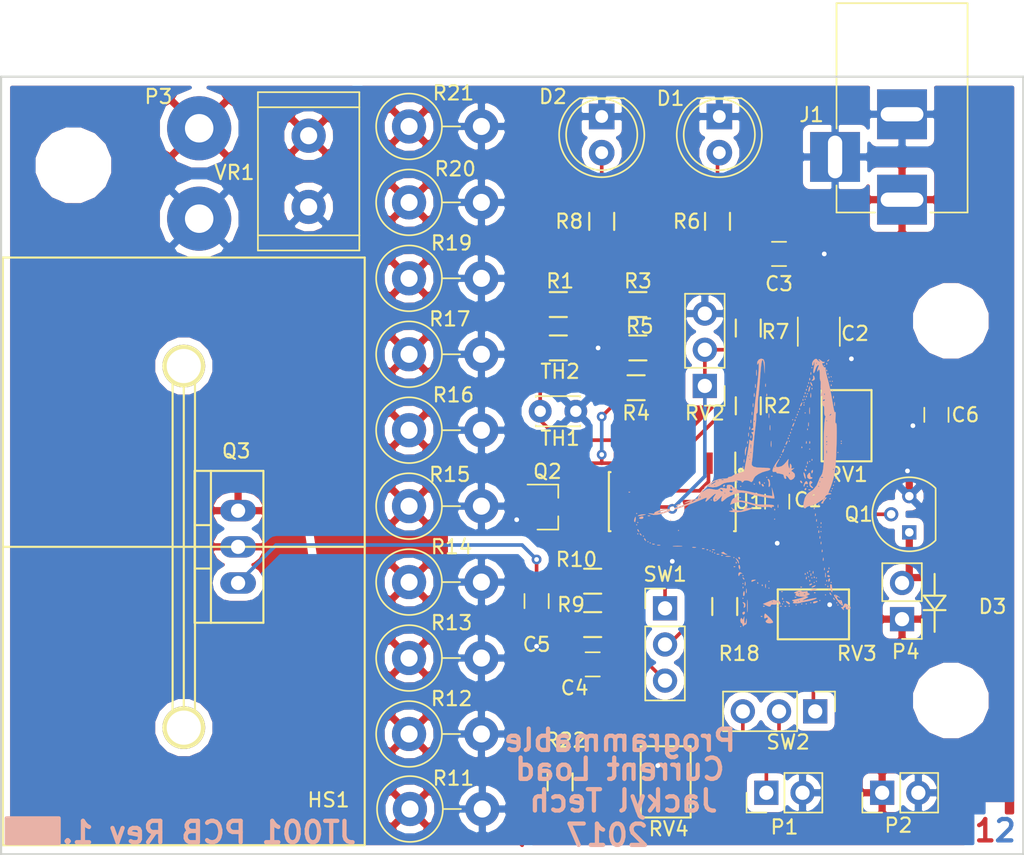
<source format=kicad_pcb>
(kicad_pcb (version 4) (host pcbnew 4.0.1-stable)
  (layers (0 Top signal) (31 Bottom signal) (34 B.Paste user) (35 F.Paste user) (36 B.SilkS user) (37 F.SilkS user) (38 B.Mask user) (39 F.Mask user) (44 Edge.Cuts user))
  (net 0 "")
  (net 1 GND)
  (net 2 VCC)
  (net 3 "Net-(Q1-Pad2)")
  (net 4 "Net-(Q2-Pad1)")
  (net 5 "Net-(C5-Pad1)")
  (net 6 "Net-(R1-Pad2)")
  (net 7 "Net-(R2-Pad2)")
  (net 8 "Net-(R3-Pad2)")
  (net 9 "Net-(D1-Pad2)")
  (net 10 "Net-(D2-Pad2)")
  (net 11 "Net-(C4-Pad2)")
  (net 12 "Net-(R10-Pad2)")
  (net 13 "Net-(R18-Pad1)")
  (net 14 "Net-(R18-Pad2)")
  (net 15 "Net-(R22-Pad1)")
  (net 16 "Net-(SW1-Pad2)")
  (net 17 "Net-(P5-Pad1)")
  (net 18 "Net-(P6-Pad1)")
  (net 19 "Net-(P7-Pad1)")
  (net 20 "Net-(Q2-Pad3)")
  (net 21 "Net-(RV3-Pad2)")
  (net 22 "Net-(RV4-Pad2)")
  (net 23 /Fan-)
  (net 24 /Pnl+)
  (net 25 /Vin+)
  (net 26 /Rload)
  (module Resistors_SMD:R_0805_HandSoldering (layer Top) (at 138.176 79.375)
    (fp_text reference TH2 (at 0.127 1.651) (layer F.SilkS))
    (fp_text value THERMISTOR)
    (pad 1 smd rect (at -1.35 0) (size 1.5 1.3) (layers Top F.Paste F.Mask) (net 6 "Net-(R1-Pad2)"))
    (pad 2 smd rect (at 1.35 0) (size 1.5 1.3) (layers Top F.Paste F.Mask) (net 1 GND))
  )
  (module Capacitors_SMD:C_0805_HandSoldering (layer Top) (at 153.543 90.17 90)
    (fp_text reference C1 (at 0.127 2.159 180) (layer F.SilkS))
    (fp_text value 0.1uF)
    (pad 1 smd rect (at -1.25 0 90) (size 1.5 1.25) (layers Top F.Paste F.Mask) (net 1 GND))
    (pad 2 smd rect (at 1.25 0 90) (size 1.5 1.25) (layers Top F.Paste F.Mask) (net 2 VCC))
  )
  (module Pin_Headers:Pin_Header_Straight_1x02_Pitch2.54mm (layer Top) (at 160.909 110.617 90)
    (fp_text reference P2 (at -2.286 1.143 180) (layer F.SilkS))
    (fp_text value CONN_01X02)
    (pad 1 thru_hole rect (at 0 0 90) (size 1.7 1.7) (drill 1) (layers *.Cu *.Mask) (net 2 VCC))
    (pad 2 thru_hole oval (at 0 2.54 90) (size 1.7 1.7) (drill 1) (layers *.Cu *.Mask) (net 1 GND))
  )
  (module Pin_Headers:Pin_Header_Straight_1x02_Pitch2.54mm (layer Top) (at 162.306 98.425 180)
    (fp_text reference P4 (at -0.254 -2.286 360) (layer F.SilkS))
    (fp_text value CONN_01X02)
    (pad 1 thru_hole rect (at 0 0 180) (size 1.7 1.7) (drill 1) (layers *.Cu *.Mask) (net 2 VCC))
    (pad 2 thru_hole oval (at 0 2.54 180) (size 1.7 1.7) (drill 1) (layers *.Cu *.Mask) (net 23 /Fan-))
  )
  (module TO_SOT_Packages_THT:TO-92_Molded_Narrow (layer Top) (at 162.814 92.329 90)
    (fp_text reference Q1 (at 1.27 -3.556 180) (layer F.SilkS))
    (fp_text value BS170)
    (pad 2 thru_hole circle (at 1.27 -1.27 180) (size 1 1) (drill 0.6) (layers *.Cu *.Mask) (net 3 "Net-(Q1-Pad2)"))
    (pad 3 thru_hole circle (at 2.54 0 180) (size 1 1) (drill 0.6) (layers *.Cu *.Mask) (net 1 GND))
    (pad 1 thru_hole rect (at 0 0 180) (size 1 1) (drill 0.6) (layers *.Cu *.Mask) (net 23 /Fan-))
  )
  (module TO_SOT_Packages_THT:TO-220_Neutral123_Vertical (layer Top) (at 115.697 93.345 90)
    (fp_text reference Q3 (at 6.731 -0.127 180) (layer F.SilkS))
    (fp_text value Q_NMOS_GDS)
    (pad 2 thru_hole oval (at 0 0 180) (size 2.49936 1.50114) (drill 1.00076) (layers *.Cu *.Mask) (net 25 /Vin+))
    (pad 1 thru_hole oval (at -2.54 0 180) (size 2.49936 1.50114) (drill 1.00076) (layers *.Cu *.Mask) (net 5 "Net-(C5-Pad1)"))
    (pad 3 thru_hole oval (at 2.54 0 180) (size 2.49936 1.50114) (drill 1.00076) (layers *.Cu *.Mask) (net 26 /Rload))
  )
  (module Resistors_SMD:R_0805_HandSoldering (layer Top) (at 138.176 76.327 180)
    (fp_text reference R1 (at -0.127 1.651 180) (layer F.SilkS))
    (fp_text value 15K)
    (pad 1 smd rect (at -1.35 0 180) (size 1.5 1.3) (layers Top F.Paste F.Mask) (net 2 VCC))
    (pad 2 smd rect (at 1.35 0 180) (size 1.5 1.3) (layers Top F.Paste F.Mask) (net 6 "Net-(R1-Pad2)"))
  )
  (module Resistors_SMD:R_0805_HandSoldering (layer Top) (at 151.511 83.439 90)
    (fp_text reference R2 (at 0 2.032 180) (layer F.SilkS))
    (fp_text value 47K)
    (pad 1 smd rect (at -1.35 0 90) (size 1.5 1.3) (layers Top F.Paste F.Mask) (net 3 "Net-(Q1-Pad2)"))
    (pad 2 smd rect (at 1.35 0 90) (size 1.5 1.3) (layers Top F.Paste F.Mask) (net 7 "Net-(R2-Pad2)"))
  )
  (module Resistors_SMD:R_0805_HandSoldering (layer Top) (at 143.764 76.327)
    (fp_text reference R3 (at 0 -1.651) (layer F.SilkS))
    (fp_text value 12K)
    (pad 1 smd rect (at -1.35 0) (size 1.5 1.3) (layers Top F.Paste F.Mask) (net 2 VCC))
    (pad 2 smd rect (at 1.35 0) (size 1.5 1.3) (layers Top F.Paste F.Mask) (net 8 "Net-(R3-Pad2)"))
  )
  (module Resistors_SMD:R_0805_HandSoldering (layer Top) (at 143.764 79.375 180)
    (fp_text reference R4 (at 0.127 -4.572 180) (layer F.SilkS))
    (fp_text value 12K)
    (pad 1 smd rect (at -1.35 0 180) (size 1.5 1.3) (layers Top F.Paste F.Mask) (net 8 "Net-(R3-Pad2)"))
    (pad 2 smd rect (at 1.35 0 180) (size 1.5 1.3) (layers Top F.Paste F.Mask) (net 1 GND))
  )
  (module Resistors_SMD:R_0805_HandSoldering (layer Top) (at 143.637 82.169)
    (fp_text reference R5 (at 0.254 -4.318) (layer F.SilkS))
    (fp_text value 150K)
    (pad 1 smd rect (at -1.35 0) (size 1.5 1.3) (layers Top F.Paste F.Mask) (net 4 "Net-(Q2-Pad1)"))
    (pad 2 smd rect (at 1.35 0) (size 1.5 1.3) (layers Top F.Paste F.Mask) (net 8 "Net-(R3-Pad2)"))
  )
  (module Resistors_SMD:R_0805_HandSoldering (layer Top) (at 149.352 70.485 90)
    (fp_text reference R6 (at 0 -2.159 180) (layer F.SilkS))
    (fp_text value 2K)
    (pad 1 smd rect (at -1.35 0 90) (size 1.5 1.3) (layers Top F.Paste F.Mask) (net 2 VCC))
    (pad 2 smd rect (at 1.35 0 90) (size 1.5 1.3) (layers Top F.Paste F.Mask) (net 9 "Net-(D1-Pad2)"))
  )
  (module Resistors_SMD:R_0805_HandSoldering (layer Top) (at 151.511 77.978 90)
    (fp_text reference R7 (at -0.254 1.905 180) (layer F.SilkS))
    (fp_text value 1M)
    (pad 1 smd rect (at -1.35 0 90) (size 1.5 1.3) (layers Top F.Paste F.Mask) (net 20 "Net-(Q2-Pad3)"))
    (pad 2 smd rect (at 1.35 0 90) (size 1.5 1.3) (layers Top F.Paste F.Mask) (net 2 VCC))
  )
  (module Resistors_SMD:R_0805_HandSoldering (layer Top) (at 141.224 70.485 90)
    (fp_text reference R8 (at 0 -2.286 180) (layer F.SilkS))
    (fp_text value 2K)
    (pad 1 smd rect (at -1.35 0 90) (size 1.5 1.3) (layers Top F.Paste F.Mask) (net 4 "Net-(Q2-Pad1)"))
    (pad 2 smd rect (at 1.35 0 90) (size 1.5 1.3) (layers Top F.Paste F.Mask) (net 10 "Net-(D2-Pad2)"))
  )
  (module Resistors_SMD:R_0805_HandSoldering (layer Top) (at 140.589 98.806)
    (fp_text reference R9 (at -1.524 -1.397) (layer F.SilkS))
    (fp_text value 1K)
    (pad 1 smd rect (at -1.35 0) (size 1.5 1.3) (layers Top F.Paste F.Mask) (net 26 /Rload))
    (pad 2 smd rect (at 1.35 0) (size 1.5 1.3) (layers Top F.Paste F.Mask) (net 11 "Net-(C4-Pad2)"))
  )
  (module Resistors_SMD:R_0805_HandSoldering (layer Top) (at 140.589 95.758)
    (fp_text reference R10 (at -1.143 -1.524) (layer F.SilkS))
    (fp_text value 470)
    (pad 1 smd rect (at -1.35 0) (size 1.5 1.3) (layers Top F.Paste F.Mask) (net 5 "Net-(C5-Pad1)"))
    (pad 2 smd rect (at 1.35 0) (size 1.5 1.3) (layers Top F.Paste F.Mask) (net 12 "Net-(R10-Pad2)"))
  )
  (module Resistors_SMD:R_0805_HandSoldering (layer Top) (at 149.86 97.536 270)
    (fp_text reference R18 (at 3.302 -1.016 360) (layer F.SilkS))
    (fp_text value 8K2)
    (pad 1 smd rect (at -1.35 0 270) (size 1.5 1.3) (layers Top F.Paste F.Mask) (net 13 "Net-(R18-Pad1)"))
    (pad 2 smd rect (at 1.35 0 270) (size 1.5 1.3) (layers Top F.Paste F.Mask) (net 14 "Net-(R18-Pad2)"))
  )
  (module Resistors_SMD:R_0805_HandSoldering (layer Top) (at 138.303 109.855 90)
    (fp_text reference R22 (at 2.921 0.381 180) (layer F.SilkS))
    (fp_text value 82K)
    (pad 1 smd rect (at -1.35 0 90) (size 1.5 1.3) (layers Top F.Paste F.Mask) (net 15 "Net-(R22-Pad1)"))
    (pad 2 smd rect (at 1.35 0 90) (size 1.5 1.3) (layers Top F.Paste F.Mask) (net 25 /Vin+))
  )
  (module custom:heatsink_aavid5299 (layer Top) (at 111.887 106.045 90)
    (fp_text reference HS1 (at -5.08 10.16 180) (layer F.SilkS))
    (fp_text value HEATSINK hide)
    (pad "" thru_hole circle (at 25.4 0 90) (size 3 3) (drill 2.4) (layers *.Cu *.Mask F.SilkS))
    (pad "" thru_hole circle (at 0 0 90) (size 3 3) (drill 2.4) (layers *.Cu *.Mask F.SilkS))
  )
  (module Mounting_Holes:MountingHole_4.3mm_M4 (layer Top) (at 104.14 66.548)
    (fp_text reference P5 hide)
    (fp_text value CONN_01X01)
    (pad 1 np_thru_hole circle (at 0 0) (size 4.3 4.3) (drill 4.3) (layers *.Cu *.Mask) (net 17 "Net-(P5-Pad1)"))
  )
  (module Mounting_Holes:MountingHole_4.3mm_M4 (layer Top) (at 165.735 77.47)
    (fp_text reference P6 hide)
    (fp_text value CONN_01X01)
    (pad 1 np_thru_hole circle (at 0 0) (size 4.3 4.3) (drill 4.3) (layers *.Cu *.Mask) (net 18 "Net-(P6-Pad1)"))
  )
  (module Mounting_Holes:MountingHole_4.3mm_M4 (layer Top) (at 165.735 104.14)
    (fp_text reference P7 hide)
    (fp_text value CONN_01X01)
    (pad 1 np_thru_hole circle (at 0 0) (size 4.3 4.3) (drill 4.3) (layers *.Cu *.Mask) (net 19 "Net-(P7-Pad1)"))
  )
  (module TO_SOT_Packages_SMD:SOT-23 (layer Top) (at 137.414 90.551)
    (fp_text reference Q2 (at 0 -2.5) (layer F.SilkS))
    (fp_text value BSS138)
    (pad 1 smd rect (at -1 -0.95) (size 0.9 0.8) (layers Top F.Paste F.Mask) (net 4 "Net-(Q2-Pad1)"))
    (pad 2 smd rect (at -1 0.95) (size 0.9 0.8) (layers Top F.Paste F.Mask) (net 1 GND))
    (pad 3 smd rect (at 1 0) (size 0.9 0.8) (layers Top F.Paste F.Mask) (net 20 "Net-(Q2-Pad3)"))
  )
  (module Capacitors_SMD:C_1210_HandSoldering (layer Top) (at 156.464 78.232 270)
    (fp_text reference C2 (at 0.127 -2.54 360) (layer F.SilkS))
    (fp_text value 100uF)
    (pad 1 smd rect (at -2 0 270) (size 2 2.5) (layers Top F.Paste F.Mask) (net 2 VCC))
    (pad 2 smd rect (at 2 0 270) (size 2 2.5) (layers Top F.Paste F.Mask) (net 1 GND))
  )
  (module Capacitors_SMD:C_0805_HandSoldering (layer Top) (at 153.67 72.771 180)
    (fp_text reference C3 (at 0 -2.1 180) (layer F.SilkS))
    (fp_text value 0.47uF)
    (pad 1 smd rect (at -1.25 0 180) (size 1.5 1.25) (layers Top F.Paste F.Mask) (net 1 GND))
    (pad 2 smd rect (at 1.25 0 180) (size 1.5 1.25) (layers Top F.Paste F.Mask) (net 2 VCC))
  )
  (module Capacitors_SMD:C_0805_HandSoldering (layer Top) (at 140.589 101.6)
    (fp_text reference C4 (at -1.27 1.651) (layer F.SilkS))
    (fp_text value 10nF)
    (pad 1 smd rect (at -1.25 0) (size 1.5 1.25) (layers Top F.Paste F.Mask) (net 26 /Rload))
    (pad 2 smd rect (at 1.25 0) (size 1.5 1.25) (layers Top F.Paste F.Mask) (net 11 "Net-(C4-Pad2)"))
  )
  (module Capacitors_SMD:C_0805_HandSoldering (layer Top) (at 136.652 97.155 270)
    (fp_text reference C5 (at 3.048 0 360) (layer F.SilkS))
    (fp_text value 100nF)
    (pad 1 smd rect (at -1.25 0 270) (size 1.5 1.25) (layers Top F.Paste F.Mask) (net 5 "Net-(C5-Pad1)"))
    (pad 2 smd rect (at 1.25 0 270) (size 1.5 1.25) (layers Top F.Paste F.Mask) (net 1 GND))
  )
  (module Capacitors_SMD:C_0805_HandSoldering (layer Top) (at 164.719 84.074 90)
    (fp_text reference C6 (at 0 2.032 180) (layer F.SilkS))
    (fp_text value 1uF)
    (pad 1 smd rect (at -1.25 0 90) (size 1.5 1.25) (layers Top F.Paste F.Mask) (net 1 GND))
    (pad 2 smd rect (at 1.25 0 90) (size 1.5 1.25) (layers Top F.Paste F.Mask) (net 2 VCC))
  )
  (module LEDs:LED_D5.0mm (layer Top) (at 149.479 63.119 270)
    (fp_text reference D1 (at -1.27 3.429 360) (layer F.SilkS))
    (fp_text value LED)
    (pad 1 thru_hole rect (at 0 0 270) (size 1.8 1.8) (drill 0.9) (layers *.Cu *.Mask) (net 1 GND))
    (pad 2 thru_hole circle (at 2.54 0 270) (size 1.8 1.8) (drill 0.9) (layers *.Cu *.Mask) (net 9 "Net-(D1-Pad2)"))
  )
  (module LEDs:LED_D5.0mm (layer Top) (at 141.224 63.119 270)
    (fp_text reference D2 (at -1.397 3.429 360) (layer F.SilkS))
    (fp_text value LED)
    (pad 1 thru_hole rect (at 0 0 270) (size 1.8 1.8) (drill 0.9) (layers *.Cu *.Mask) (net 1 GND))
    (pad 2 thru_hole circle (at 2.54 0 270) (size 1.8 1.8) (drill 0.9) (layers *.Cu *.Mask) (net 10 "Net-(D2-Pad2)"))
  )
  (module custom:DO-214AC (layer Top) (at 166.37 95.504 270)
    (fp_text reference D3 (at 2.032 -2.286 360) (layer F.SilkS))
    (fp_text value D hide)
    (pad 1 smd rect (at 3.76 0 270) (size 1.68 1.68) (layers Top F.Paste F.Mask) (net 2 VCC))
    (pad 2 smd rect (at 0 0 270) (size 1.68 1.68) (layers Top F.Paste F.Mask) (net 23 /Fan-))
  )
  (module Resistors_ThroughHole:R_Axial_DIN0414_L11.9mm_D4.5mm_P5.08mm_Vertical (layer Top) (at 127.762 111.76)
    (fp_text reference R11 (at 3.048 -2.159) (layer F.SilkS))
    (fp_text value 1R0)
    (pad 1 thru_hole circle (at 0 0) (size 2.4 2.4) (drill 1.2) (layers *.Cu *.Mask) (net 26 /Rload))
    (pad 2 thru_hole oval (at 5.08 0) (size 2.4 2.4) (drill 1.2) (layers *.Cu *.Mask) (net 1 GND))
  )
  (module Resistors_ThroughHole:R_Axial_DIN0414_L11.9mm_D4.5mm_P5.08mm_Vertical (layer Top) (at 127.6985 106.4895)
    (fp_text reference R12 (at 2.9845 -2.4765) (layer F.SilkS))
    (fp_text value 1R0)
    (pad 1 thru_hole circle (at 0 0) (size 2.4 2.4) (drill 1.2) (layers *.Cu *.Mask) (net 26 /Rload))
    (pad 2 thru_hole oval (at 5.08 0) (size 2.4 2.4) (drill 1.2) (layers *.Cu *.Mask) (net 1 GND))
  )
  (module Resistors_ThroughHole:R_Axial_DIN0414_L11.9mm_D4.5mm_P5.08mm_Vertical (layer Top) (at 127.6985 101.1555)
    (fp_text reference R13 (at 2.9845 -2.4765) (layer F.SilkS))
    (fp_text value 1R0)
    (pad 1 thru_hole circle (at 0 0) (size 2.4 2.4) (drill 1.2) (layers *.Cu *.Mask) (net 26 /Rload))
    (pad 2 thru_hole oval (at 5.08 0) (size 2.4 2.4) (drill 1.2) (layers *.Cu *.Mask) (net 1 GND))
  )
  (module Resistors_ThroughHole:R_Axial_DIN0414_L11.9mm_D4.5mm_P5.08mm_Vertical (layer Top) (at 127.6985 95.8215)
    (fp_text reference R14 (at 2.9845 -2.4765) (layer F.SilkS))
    (fp_text value 1R0)
    (pad 1 thru_hole circle (at 0 0) (size 2.4 2.4) (drill 1.2) (layers *.Cu *.Mask) (net 26 /Rload))
    (pad 2 thru_hole oval (at 5.08 0) (size 2.4 2.4) (drill 1.2) (layers *.Cu *.Mask) (net 1 GND))
  )
  (module Resistors_ThroughHole:R_Axial_DIN0414_L11.9mm_D4.5mm_P5.08mm_Vertical (layer Top) (at 127.6985 90.4875)
    (fp_text reference R15 (at 2.8575 -2.2225) (layer F.SilkS))
    (fp_text value 1R0)
    (pad 1 thru_hole circle (at 0 0) (size 2.4 2.4) (drill 1.2) (layers *.Cu *.Mask) (net 26 /Rload))
    (pad 2 thru_hole oval (at 5.08 0) (size 2.4 2.4) (drill 1.2) (layers *.Cu *.Mask) (net 1 GND))
  )
  (module Resistors_ThroughHole:R_Axial_DIN0414_L11.9mm_D4.5mm_P5.08mm_Vertical (layer Top) (at 127.6985 85.1535)
    (fp_text reference R16 (at 3.1115 -2.4765) (layer F.SilkS))
    (fp_text value 1R0)
    (pad 1 thru_hole circle (at 0 0) (size 2.4 2.4) (drill 1.2) (layers *.Cu *.Mask) (net 26 /Rload))
    (pad 2 thru_hole oval (at 5.08 0) (size 2.4 2.4) (drill 1.2) (layers *.Cu *.Mask) (net 1 GND))
  )
  (module Resistors_ThroughHole:R_Axial_DIN0414_L11.9mm_D4.5mm_P5.08mm_Vertical (layer Top) (at 127.6985 79.8195)
    (fp_text reference R17 (at 2.8575 -2.4765) (layer F.SilkS))
    (fp_text value 1R0)
    (pad 1 thru_hole circle (at 0 0) (size 2.4 2.4) (drill 1.2) (layers *.Cu *.Mask) (net 26 /Rload))
    (pad 2 thru_hole oval (at 5.08 0) (size 2.4 2.4) (drill 1.2) (layers *.Cu *.Mask) (net 1 GND))
  )
  (module Resistors_ThroughHole:R_Axial_DIN0414_L11.9mm_D4.5mm_P5.08mm_Vertical (layer Top) (at 127.6985 74.4855)
    (fp_text reference R19 (at 2.9845 -2.4765) (layer F.SilkS))
    (fp_text value 1R0)
    (pad 1 thru_hole circle (at 0 0) (size 2.4 2.4) (drill 1.2) (layers *.Cu *.Mask) (net 26 /Rload))
    (pad 2 thru_hole oval (at 5.08 0) (size 2.4 2.4) (drill 1.2) (layers *.Cu *.Mask) (net 1 GND))
  )
  (module Resistors_ThroughHole:R_Axial_DIN0414_L11.9mm_D4.5mm_P5.08mm_Vertical (layer Top) (at 127.6985 69.1515)
    (fp_text reference R20 (at 3.2385 -2.3495) (layer F.SilkS))
    (fp_text value 1R0)
    (pad 1 thru_hole circle (at 0 0) (size 2.4 2.4) (drill 1.2) (layers *.Cu *.Mask) (net 26 /Rload))
    (pad 2 thru_hole oval (at 5.08 0) (size 2.4 2.4) (drill 1.2) (layers *.Cu *.Mask) (net 1 GND))
  )
  (module Resistors_ThroughHole:R_Axial_DIN0414_L11.9mm_D4.5mm_P5.08mm_Vertical (layer Top) (at 127.6985 63.8175)
    (fp_text reference R21 (at 3.1115 -2.3495) (layer F.SilkS))
    (fp_text value 1R0)
    (pad 1 thru_hole circle (at 0 0) (size 2.4 2.4) (drill 1.2) (layers *.Cu *.Mask) (net 26 /Rload))
    (pad 2 thru_hole oval (at 5.08 0) (size 2.4 2.4) (drill 1.2) (layers *.Cu *.Mask) (net 1 GND))
  )
  (module custom:TT_23BRxxxLFTR_Trimmer (layer Top) (at 161.163 84.836 180)
    (fp_text reference RV1 (at 2.667 -3.429 180) (layer F.SilkS))
    (fp_text value 10K hide)
    (pad 2 smd rect (at 0 0 180) (size 1.3 2) (layers Top F.Paste F.Mask) (net 1 GND))
    (pad 1 smd rect (at 5.5 -1.15 180) (size 1.3 1.3) (layers Top F.Paste F.Mask) (net 7 "Net-(R2-Pad2)"))
    (pad 3 smd rect (at 5.5 1.15 180) (size 1.3 1.3) (layers Top F.Paste F.Mask) (net 1 GND))
  )
  (module Pin_Headers:Pin_Header_Straight_1x03_Pitch2.54mm (layer Top) (at 148.463 82.042 180)
    (fp_text reference RV2 (at 0 -1.905 180) (layer F.SilkS))
    (fp_text value 100K)
    (pad 1 thru_hole rect (at 0 0 180) (size 1.7 1.7) (drill 1) (layers *.Cu *.Mask) (net 20 "Net-(Q2-Pad3)"))
    (pad 2 thru_hole oval (at 0 2.54 180) (size 1.7 1.7) (drill 1) (layers *.Cu *.Mask) (net 20 "Net-(Q2-Pad3)"))
    (pad 3 thru_hole oval (at 0 5.08 180) (size 1.7 1.7) (drill 1) (layers *.Cu *.Mask) (net 1 GND))
  )
  (module custom:TT_23BRxxxLFTR_Trimmer (layer Top) (at 156.083 100.838 90)
    (fp_text reference RV3 (at 0 3.048 180) (layer F.SilkS))
    (fp_text value 1K hide)
    (pad 2 smd rect (at 0 0 90) (size 1.3 2) (layers Top F.Paste F.Mask) (net 21 "Net-(RV3-Pad2)"))
    (pad 1 smd rect (at 5.5 -1.15 90) (size 1.3 1.3) (layers Top F.Paste F.Mask) (net 13 "Net-(R18-Pad1)"))
    (pad 3 smd rect (at 5.5 1.15 90) (size 1.3 1.3) (layers Top F.Paste F.Mask) (net 1 GND))
  )
  (module custom:TT_23BRxxxLFTR_Trimmer (layer Top) (at 148.463 109.855 180)
    (fp_text reference RV4 (at 2.54 -3.302 180) (layer F.SilkS))
    (fp_text value 1K hide)
    (pad 2 smd rect (at 0 0 180) (size 1.3 2) (layers Top F.Paste F.Mask) (net 22 "Net-(RV4-Pad2)"))
    (pad 1 smd rect (at 5.5 -1.15 180) (size 1.3 1.3) (layers Top F.Paste F.Mask) (net 15 "Net-(R22-Pad1)"))
    (pad 3 smd rect (at 5.5 1.15 180) (size 1.3 1.3) (layers Top F.Paste F.Mask) (net 1 GND))
  )
  (module Pin_Headers:Pin_Header_Straight_1x03_Pitch2.54mm (layer Top) (at 145.669 97.663)
    (fp_text reference SW1 (at 0 -2.39) (layer F.SilkS))
    (fp_text value SWITCH_INV)
    (pad 1 thru_hole rect (at 0 0) (size 1.7 1.7) (drill 1) (layers *.Cu *.Mask) (net 20 "Net-(Q2-Pad3)"))
    (pad 2 thru_hole oval (at 0 2.54) (size 1.7 1.7) (drill 1) (layers *.Cu *.Mask) (net 16 "Net-(SW1-Pad2)"))
    (pad 3 thru_hole oval (at 0 5.08) (size 1.7 1.7) (drill 1) (layers *.Cu *.Mask) (net 11 "Net-(C4-Pad2)"))
  )
  (module Pin_Headers:Pin_Header_Straight_1x03_Pitch2.54mm (layer Top) (at 156.21 104.902 270)
    (fp_text reference SW2 (at 2.159 1.905 360) (layer F.SilkS))
    (fp_text value SWITCH_INV)
    (pad 1 thru_hole rect (at 0 0 270) (size 1.7 1.7) (drill 1) (layers *.Cu *.Mask) (net 21 "Net-(RV3-Pad2)"))
    (pad 2 thru_hole oval (at 0 2.54 270) (size 1.7 1.7) (drill 1) (layers *.Cu *.Mask) (net 24 /Pnl+))
    (pad 3 thru_hole oval (at 0 5.08 270) (size 1.7 1.7) (drill 1) (layers *.Cu *.Mask) (net 22 "Net-(RV4-Pad2)"))
  )
  (module Capacitors_ThroughHole:C_Disc_D3.0mm_W2.0mm_P2.50mm (layer Top) (at 136.906 83.82)
    (fp_text reference TH1 (at 1.397 1.905) (layer F.SilkS))
    (fp_text value THERMISTOR)
    (pad 1 thru_hole circle (at 0 0) (size 1.6 1.6) (drill 0.8) (layers *.Cu *.Mask) (net 6 "Net-(R1-Pad2)"))
    (pad 2 thru_hole circle (at 2.5 0) (size 1.6 1.6) (drill 0.8) (layers *.Cu *.Mask) (net 1 GND))
  )
  (module Resistors_ThroughHole:R_Radial_Power_L11.0mm_W7.0mm_P5.00mm (layer Top) (at 120.65 69.469 90)
    (fp_text reference VR1 (at 2.413 -5.207 180) (layer F.SilkS))
    (fp_text value VR)
    (pad 1 thru_hole circle (at 0 0 90) (size 2.4 2.4) (drill 1.2) (layers *.Cu *.Mask) (net 1 GND))
    (pad 2 thru_hole circle (at 5 0 90) (size 2.4 2.4) (drill 1.2) (layers *.Cu *.Mask) (net 25 /Vin+))
  )
  (module Housings_SOIC:SOIC-14_3.9x8.7mm_Pitch1.27mm (layer Top) (at 146.177 90.17 270)
    (fp_text reference U1 (at 0 -5.375 360) (layer F.SilkS))
    (fp_text value LM324N)
    (pad 1 smd rect (at -2.7 -3.81 270) (size 1.5 0.6) (layers Top F.Paste F.Mask) (net 3 "Net-(Q1-Pad2)"))
    (pad 2 smd rect (at -2.7 -2.54 270) (size 1.5 0.6) (layers Top F.Paste F.Mask) (net 6 "Net-(R1-Pad2)"))
    (pad 3 smd rect (at -2.7 -1.27 270) (size 1.5 0.6) (layers Top F.Paste F.Mask) (net 7 "Net-(R2-Pad2)"))
    (pad 4 smd rect (at -2.7 0 270) (size 1.5 0.6) (layers Top F.Paste F.Mask) (net 2 VCC))
    (pad 5 smd rect (at -2.7 1.27 270) (size 1.5 0.6) (layers Top F.Paste F.Mask) (net 8 "Net-(R3-Pad2)"))
    (pad 6 smd rect (at -2.7 2.54 270) (size 1.5 0.6) (layers Top F.Paste F.Mask) (net 6 "Net-(R1-Pad2)"))
    (pad 7 smd rect (at -2.7 3.81 270) (size 1.5 0.6) (layers Top F.Paste F.Mask) (net 4 "Net-(Q2-Pad1)"))
    (pad 8 smd rect (at 2.7 3.81 270) (size 1.5 0.6) (layers Top F.Paste F.Mask) (net 12 "Net-(R10-Pad2)"))
    (pad 9 smd rect (at 2.7 2.54 270) (size 1.5 0.6) (layers Top F.Paste F.Mask) (net 11 "Net-(C4-Pad2)"))
    (pad 10 smd rect (at 2.7 1.27 270) (size 1.5 0.6) (layers Top F.Paste F.Mask) (net 20 "Net-(Q2-Pad3)"))
    (pad 11 smd rect (at 2.7 0 270) (size 1.5 0.6) (layers Top F.Paste F.Mask) (net 1 GND))
    (pad 12 smd rect (at 2.7 -1.27 270) (size 1.5 0.6) (layers Top F.Paste F.Mask) (net 16 "Net-(SW1-Pad2)"))
    (pad 13 smd rect (at 2.7 -2.54 270) (size 1.5 0.6) (layers Top F.Paste F.Mask) (net 14 "Net-(R18-Pad2)"))
    (pad 14 smd rect (at 2.7 -3.81 270) (size 1.5 0.6) (layers Top F.Paste F.Mask) (net 14 "Net-(R18-Pad2)"))
  )
  (module Connect:BARREL_JACK (layer Top) (at 162.306 68.961 270)
    (fp_text reference J1 (at -5.969 6.35 360) (layer F.SilkS))
    (fp_text value BARREL_JACK)
    (pad 1 thru_hole rect (at 0 0 270) (size 3.5 3.5) (drill oval 1 3) (layers *.Cu *.Mask) (net 2 VCC))
    (pad 2 thru_hole rect (at -6 0 270) (size 3.5 3.5) (drill oval 1 3) (layers *.Cu *.Mask) (net 1 GND))
    (pad 3 thru_hole rect (at -3 4.7 270) (size 3.5 3.5) (drill oval 3 1) (layers *.Cu *.Mask) (net 1 GND))
  )
  (module Pin_Headers:Pin_Header_Straight_1x02_Pitch2.54mm (layer Top) (at 152.781 110.617 90)
    (fp_text reference P1 (at -2.413 1.27 180) (layer F.SilkS))
    (fp_text value CONN_01X02)
    (pad 1 thru_hole rect (at 0 0 90) (size 1.7 1.7) (drill 1) (layers *.Cu *.Mask) (net 24 /Pnl+))
    (pad 2 thru_hole oval (at 0 2.54 90) (size 1.7 1.7) (drill 1) (layers *.Cu *.Mask) (net 1 GND))
  )
  (module Wire_Pads:SolderWirePad_2x_2mmDrill (layer Top) (at 112.9665 67.1195 270)
    (fp_text reference P3 (at -5.3975 2.8575 360) (layer F.SilkS))
    (fp_text value CONN_01X02)
    (pad 1 thru_hole circle (at -3.175 0 270) (size 4.50088 4.50088) (drill 1.99898) (layers *.Cu *.Mask) (net 25 /Vin+))
    (pad 2 thru_hole circle (at 3.175 0 270) (size 4.50088 4.50088) (drill 1.99898) (layers *.Cu *.Mask) (net 1 GND))
  )
  (module graphics:jackyl_fsilk (layer Bottom) (at 151.892 89.535 180)
    (fp_text reference G*** hide)
    (fp_text value LOGO hide)
  )
  (gr_text "JT001 PCB Rev 1." (at 113.665 113.411) (layer B.SilkS) (effects (font (size 1.5 1.5) (thickness 0.3)) (justify mirror)))
  (gr_text Programmable (at 142.494 106.934) (layer B.SilkS) (effects (font (size 1.5 1.5) (thickness 0.3)) (justify mirror)))
  (gr_text "Current Load" (at 142.494 108.966) (layer B.SilkS) (effects (font (size 1.5 1.5) (thickness 0.3)) (justify mirror)))
  (gr_text 2 (at 169.545 113.284) (layer Bottom) (effects (font (size 1.5 1.5) (thickness 0.3))))
  (gr_text 1 (at 168.148 113.284) (layer Top) (effects (font (size 1.5 1.5) (thickness 0.3))))
  (gr_circle (center 151.003 88.011) (end 151.13 88.011) (layer F.SilkS) (width 0.2))
  (gr_text "Jackyl Tech\n  2017" (at 142.748 112.395) (layer B.SilkS) (effects (font (size 1.5 1.5) (thickness 0.3)) (justify mirror)))
  (gr_line (start 99.06 114.935) (end 99.06 60.325) (angle 90) (layer Edge.Cuts) (width 0.15))
  (gr_line (start 170.815 114.935) (end 99.06 114.935) (angle 90) (layer Edge.Cuts) (width 0.15))
  (gr_line (start 170.815 60.325) (end 170.815 114.935) (angle 90) (layer Edge.Cuts) (width 0.15))
  (gr_line (start 99.06 60.325) (end 170.815 60.325) (angle 90) (layer Edge.Cuts) (width 0.15))
  (segment (start 164.719 85.324) (end 163.556 85.324) (width 0.254) (layer Top) (net 1))
  (via (at 163.068 84.836) (size 0.6858) (drill 0.3302) (layers Top Bottom) (net 1))
  (segment (start 163.068 84.836) (end 161.163 84.836) (width 0.254) (layer Top) (net 1))
  (segment (start 163.556 85.324) (end 163.068 84.836) (width 0.254) (layer Top) (net 1))
  (segment (start 162.814 89.789) (end 162.814 88.138) (width 0.508) (layer Top) (net 1))
  (via (at 162.687 88.011) (size 0.6858) (drill 0.3302) (layers Top Bottom) (net 1))
  (segment (start 162.814 88.138) (end 162.687 88.011) (width 0.508) (layer Top) (net 1))
  (segment (start 156.464 80.232) (end 158.655 80.232) (width 0.254) (layer Top) (net 1))
  (via (at 158.75 80.137) (size 0.6858) (drill 0.3302) (layers Top Bottom) (net 1))
  (segment (start 158.655 80.232) (end 158.75 80.137) (width 0.254) (layer Top) (net 1))
  (segment (start 155.663 83.686) (end 155.663 81.033) (width 0.254) (layer Top) (net 1))
  (segment (start 155.663 81.033) (end 156.464 80.232) (width 0.254) (layer Top) (net 1))
  (segment (start 154.92 72.771) (end 156.845 72.771) (width 0.254) (layer Top) (net 1))
  (via (at 156.845 72.771) (size 0.6858) (drill 0.3302) (layers Top Bottom) (net 1))
  (segment (start 153.543 91.42) (end 153.543 93.091) (width 0.254) (layer Top) (net 1))
  (via (at 153.543 93.091) (size 0.6858) (drill 0.3302) (layers Top Bottom) (net 1))
  (segment (start 136.652 98.405) (end 136.652 100.33) (width 0.254) (layer Top) (net 1))
  (via (at 136.652 100.33) (size 0.6858) (drill 0.3302) (layers Top Bottom) (net 1))
  (segment (start 136.414 91.501) (end 135.316 91.501) (width 0.254) (layer Top) (net 1))
  (via (at 135.255 91.44) (size 0.6858) (drill 0.3302) (layers Top Bottom) (net 1))
  (segment (start 135.316 91.501) (end 135.255 91.44) (width 0.254) (layer Top) (net 1))
  (segment (start 142.414 79.375) (end 140.97 79.375) (width 0.254) (layer Top) (net 1))
  (via (at 140.97 79.375) (size 0.6858) (drill 0.3302) (layers Top Bottom) (net 1))
  (segment (start 140.97 79.375) (end 139.526 79.375) (width 0.254) (layer Top) (net 1))
  (segment (start 146.177 92.87) (end 146.177 94.361) (width 0.254) (layer Top) (net 1))
  (via (at 146.177 94.361) (size 0.6858) (drill 0.3302) (layers Top Bottom) (net 1))
  (segment (start 157.233 95.338) (end 157.233 97.402) (width 0.254) (layer Top) (net 1))
  (via (at 157.226 97.409) (size 0.6858) (drill 0.3302) (layers Top Bottom) (net 1))
  (segment (start 157.233 97.402) (end 157.226 97.409) (width 0.254) (layer Top) (net 1))
  (segment (start 142.963 108.705) (end 145.154 108.705) (width 0.254) (layer Top) (net 1))
  (via (at 145.161 108.712) (size 0.6858) (drill 0.3302) (layers Top Bottom) (net 1))
  (segment (start 145.154 108.705) (end 145.161 108.712) (width 0.254) (layer Top) (net 1))
  (segment (start 161.544 91.059) (end 156.337 91.059) (width 0.254) (layer Top) (net 3))
  (segment (start 152.146 90.043) (end 149.987 87.884) (width 0.254) (layer Top) (net 3))
  (segment (start 155.321 90.043) (end 152.146 90.043) (width 0.254) (layer Top) (net 3))
  (segment (start 156.337 91.059) (end 155.321 90.043) (width 0.254) (layer Top) (net 3))
  (segment (start 149.987 87.884) (end 149.987 87.47) (width 0.254) (layer Top) (net 3))
  (segment (start 149.987 87.47) (end 149.987 86.313) (width 0.254) (layer Top) (net 3))
  (segment (start 149.987 86.313) (end 151.511 84.789) (width 0.254) (layer Top) (net 3))
  (segment (start 141.224 87.47) (end 141.224 86.868) (width 0.254) (layer Top) (net 4))
  (segment (start 142.287 83.138) (end 142.287 82.169) (width 0.254) (layer Top) (net 4))
  (segment (start 141.224 84.201) (end 142.287 83.138) (width 0.254) (layer Top) (net 4))
  (via (at 141.224 84.201) (size 0.6858) (drill 0.3302) (layers Top Bottom) (net 4))
  (segment (start 141.224 86.868) (end 141.224 84.201) (width 0.254) (layer Bottom) (net 4))
  (via (at 141.224 86.868) (size 0.6858) (drill 0.3302) (layers Top Bottom) (net 4))
  (segment (start 136.414 89.601) (end 136.414 88.183) (width 0.254) (layer Top) (net 4))
  (segment (start 136.414 88.183) (end 137.127 87.47) (width 0.254) (layer Top) (net 4))
  (segment (start 142.367 87.47) (end 141.224 87.47) (width 0.254) (layer Top) (net 4))
  (segment (start 141.224 87.47) (end 137.127 87.47) (width 0.254) (layer Top) (net 4))
  (segment (start 137.08 71.835) (end 141.224 71.835) (width 0.254) (layer Top) (net 4))
  (segment (start 135.001 73.914) (end 137.08 71.835) (width 0.254) (layer Top) (net 4))
  (segment (start 135.001 85.344) (end 135.001 73.914) (width 0.254) (layer Top) (net 4))
  (segment (start 137.127 87.47) (end 135.001 85.344) (width 0.254) (layer Top) (net 4))
  (segment (start 136.652 95.905) (end 136.652 94.234) (width 0.254) (layer Top) (net 5))
  (segment (start 118.364 93.218) (end 115.697 95.885) (width 0.254) (layer Bottom) (net 5))
  (segment (start 135.636 93.218) (end 118.364 93.218) (width 0.254) (layer Bottom) (net 5))
  (segment (start 136.652 94.234) (end 135.636 93.218) (width 0.254) (layer Bottom) (net 5))
  (via (at 136.652 94.234) (size 0.6858) (drill 0.3302) (layers Top Bottom) (net 5))
  (segment (start 139.239 95.758) (end 136.799 95.758) (width 0.254) (layer Top) (net 5))
  (segment (start 136.799 95.758) (end 136.652 95.905) (width 0.254) (layer Top) (net 5))
  (segment (start 143.637 87.47) (end 143.637 88.9) (width 0.254) (layer Top) (net 6))
  (segment (start 148.717 88.773) (end 148.717 87.47) (width 0.254) (layer Top) (net 6))
  (segment (start 148.082 89.408) (end 148.717 88.773) (width 0.254) (layer Top) (net 6))
  (segment (start 144.145 89.408) (end 148.082 89.408) (width 0.254) (layer Top) (net 6))
  (segment (start 143.637 88.9) (end 144.145 89.408) (width 0.254) (layer Top) (net 6))
  (segment (start 136.906 83.82) (end 136.906 84.455) (width 0.254) (layer Top) (net 6))
  (segment (start 136.906 84.455) (end 138.303 85.852) (width 0.254) (layer Top) (net 6))
  (segment (start 143.637 86.36) (end 143.637 87.47) (width 0.254) (layer Top) (net 6))
  (segment (start 143.129 85.852) (end 143.637 86.36) (width 0.254) (layer Top) (net 6))
  (segment (start 138.303 85.852) (end 143.129 85.852) (width 0.254) (layer Top) (net 6))
  (segment (start 136.906 83.82) (end 136.906 79.455) (width 0.254) (layer Top) (net 6))
  (segment (start 136.906 79.455) (end 136.826 79.375) (width 0.254) (layer Top) (net 6))
  (segment (start 136.826 79.375) (end 136.826 76.327) (width 0.254) (layer Top) (net 6))
  (segment (start 155.663 85.986) (end 154.82 85.986) (width 0.254) (layer Top) (net 7))
  (segment (start 153.543 84.121) (end 151.511 82.089) (width 0.254) (layer Top) (net 7))
  (segment (start 153.543 84.709) (end 153.543 84.121) (width 0.254) (layer Top) (net 7))
  (segment (start 154.82 85.986) (end 153.543 84.709) (width 0.254) (layer Top) (net 7))
  (segment (start 147.447 87.47) (end 147.447 86.153) (width 0.254) (layer Top) (net 7))
  (segment (start 147.447 86.153) (end 151.511 82.089) (width 0.254) (layer Top) (net 7))
  (segment (start 144.987 82.169) (end 144.987 79.502) (width 0.254) (layer Top) (net 8))
  (segment (start 144.987 79.502) (end 145.114 79.375) (width 0.254) (layer Top) (net 8))
  (segment (start 145.114 79.375) (end 145.114 76.327) (width 0.254) (layer Top) (net 8))
  (segment (start 144.907 87.47) (end 144.907 82.249) (width 0.254) (layer Top) (net 8))
  (segment (start 144.907 82.249) (end 144.987 82.169) (width 0.254) (layer Top) (net 8))
  (segment (start 149.352 69.135) (end 149.352 65.786) (width 0.254) (layer Top) (net 9))
  (segment (start 149.352 65.786) (end 149.479 65.659) (width 0.254) (layer Top) (net 9))
  (segment (start 141.224 69.135) (end 141.224 65.659) (width 0.254) (layer Top) (net 10))
  (segment (start 141.939 98.806) (end 141.986 98.806) (width 0.254) (layer Top) (net 11))
  (segment (start 141.986 98.806) (end 143.637 97.155) (width 0.254) (layer Top) (net 11))
  (segment (start 143.637 97.155) (end 143.637 92.87) (width 0.254) (layer Top) (net 11))
  (segment (start 141.839 101.6) (end 141.839 98.906) (width 0.254) (layer Top) (net 11))
  (segment (start 141.839 98.906) (end 141.939 98.806) (width 0.254) (layer Top) (net 11))
  (segment (start 141.839 101.6) (end 144.526 101.6) (width 0.254) (layer Top) (net 11))
  (segment (start 144.526 101.6) (end 145.669 102.743) (width 0.254) (layer Top) (net 11))
  (segment (start 141.939 95.758) (end 141.939 93.298) (width 0.254) (layer Top) (net 12))
  (segment (start 141.939 93.298) (end 142.367 92.87) (width 0.254) (layer Top) (net 12))
  (segment (start 149.86 96.186) (end 154.085 96.186) (width 0.254) (layer Top) (net 13))
  (segment (start 154.085 96.186) (end 154.933 95.338) (width 0.254) (layer Top) (net 13))
  (segment (start 148.717 92.87) (end 148.717 94.615) (width 0.254) (layer Top) (net 14))
  (segment (start 148.336 97.362) (end 149.86 98.886) (width 0.254) (layer Top) (net 14))
  (segment (start 148.336 94.996) (end 148.336 97.362) (width 0.254) (layer Top) (net 14))
  (segment (start 148.717 94.615) (end 148.336 94.996) (width 0.254) (layer Top) (net 14))
  (segment (start 148.717 92.87) (end 149.987 92.87) (width 0.254) (layer Top) (net 14))
  (segment (start 138.303 111.205) (end 142.763 111.205) (width 0.254) (layer Top) (net 15))
  (segment (start 142.763 111.205) (end 142.963 111.005) (width 0.254) (layer Top) (net 15))
  (segment (start 145.669 100.203) (end 145.923 100.203) (width 0.254) (layer Top) (net 16))
  (segment (start 145.923 100.203) (end 147.447 98.679) (width 0.254) (layer Top) (net 16))
  (segment (start 147.447 98.679) (end 147.447 92.87) (width 0.254) (layer Top) (net 16))
  (segment (start 148.463 82.042) (end 148.463 88.392) (width 0.254) (layer Bottom) (net 20))
  (segment (start 146.05 90.551) (end 144.272 90.551) (width 0.254) (layer Top) (net 20))
  (segment (start 146.177 90.678) (end 146.05 90.551) (width 0.254) (layer Top) (net 20))
  (via (at 146.177 90.678) (size 0.6858) (drill 0.3302) (layers Top Bottom) (net 20))
  (segment (start 148.463 88.392) (end 146.177 90.678) (width 0.254) (layer Bottom) (net 20))
  (segment (start 148.463 79.502) (end 148.463 82.042) (width 0.254) (layer Top) (net 20))
  (segment (start 148.463 79.502) (end 151.337 79.502) (width 0.254) (layer Top) (net 20))
  (segment (start 151.337 79.502) (end 151.511 79.328) (width 0.254) (layer Top) (net 20))
  (segment (start 138.414 90.551) (end 144.272 90.551) (width 0.254) (layer Top) (net 20))
  (segment (start 144.907 91.186) (end 144.907 92.87) (width 0.254) (layer Top) (net 20))
  (segment (start 144.272 90.551) (end 144.907 91.186) (width 0.254) (layer Top) (net 20))
  (segment (start 145.669 97.663) (end 145.669 96.266) (width 0.254) (layer Top) (net 20))
  (segment (start 144.907 95.504) (end 144.907 92.87) (width 0.254) (layer Top) (net 20))
  (segment (start 145.669 96.266) (end 144.907 95.504) (width 0.254) (layer Top) (net 20))
  (segment (start 156.083 100.838) (end 156.083 104.775) (width 0.254) (layer Top) (net 21))
  (segment (start 156.083 104.775) (end 156.21 104.902) (width 0.254) (layer Top) (net 21))
  (segment (start 151.13 104.902) (end 151.13 107.188) (width 0.254) (layer Top) (net 22))
  (segment (start 151.13 107.188) (end 148.463 109.855) (width 0.254) (layer Top) (net 22))
  (segment (start 162.814 92.329) (end 162.814 95.377) (width 0.508) (layer Top) (net 23))
  (segment (start 162.814 95.377) (end 162.941 95.504) (width 0.508) (layer Top) (net 23))
  (segment (start 162.941 95.504) (end 166.37 95.504) (width 0.508) (layer Top) (net 23))
  (segment (start 153.67 104.902) (end 153.67 107.569) (width 0.254) (layer Top) (net 24))
  (segment (start 152.781 108.458) (end 152.781 110.617) (width 0.254) (layer Top) (net 24))
  (segment (start 153.67 107.569) (end 152.781 108.458) (width 0.254) (layer Top) (net 24))
  (segment (start 138.303 108.505) (end 137.367 108.505) (width 0.254) (layer Top) (net 25))
  (segment (start 122.809 114.173) (end 122.555 113.919) (width 0.254) (layer Top) (net 25))
  (segment (start 135.509 114.173) (end 122.809 114.173) (width 0.254) (layer Top) (net 25))
  (segment (start 135.636 114.3) (end 135.509 114.173) (width 0.254) (layer Top) (net 25))
  (segment (start 135.636 110.236) (end 135.636 114.3) (width 0.254) (layer Top) (net 25))
  (segment (start 137.367 108.505) (end 135.636 110.236) (width 0.254) (layer Top) (net 25))
  (segment (start 139.339 101.6) (end 139.339 98.906) (width 0.254) (layer Top) (net 26))
  (segment (start 139.339 98.906) (end 139.239 98.806) (width 0.254) (layer Top) (net 26))
  (segment (start 139.339 101.6) (end 139.339 102.85) (width 0.254) (layer Top) (net 26))
  (segment (start 138.303 103.886) (end 129.54 103.886) (width 0.254) (layer Top) (net 26))
  (segment (start 139.339 102.85) (end 138.303 103.886) (width 0.254) (layer Top) (net 26))
  (zone (net 1) (net_name GND) (layer Bottom) (connect_pads (clearance 0.508)) (min_thickness 0.254) (fill yes (arc_segments 16) (thermal_gap 0.508) (thermal_bridge_width 0.508))
    (polygon (pts (xy 99.695 60.96) (xy 170.18 60.96) (xy 170.18 112.141) (xy 167.386 112.141) (xy 167.386 114.3) (xy 99.695 114.3) (xy 99.695 61.595)))
  )
  (zone (net 26) (net_name /Rload) (layer Top) (connect_pads (clearance 0.508)) (min_thickness 0.254) (fill yes (arc_segments 16) (thermal_gap 0.508) (thermal_bridge_width 0.508))
    (polygon (pts (xy 130.429 114.3) (xy 124.333 114.3) (xy 120.904 91.821) (xy 112.649 91.821) (xy 112.649 88.011) (xy 124.333 73.152) (xy 124.333 60.96) (xy 130.429 60.96) (xy 130.429 114.3)))
  )
  (zone (net 25) (net_name /Vin+) (layer Top) (connect_pads (clearance 0.508)) (min_thickness 0.254) (fill yes (arc_segments 16) (thermal_gap 0.508) (thermal_bridge_width 0.508))
    (polygon (pts (xy 123.825 72.898) (xy 111.887 88.011) (xy 111.76 92.075) (xy 111.76 92.329) (xy 120.396 92.329) (xy 123.571 114.3) (xy 99.695 114.3) (xy 99.695 60.96) (xy 123.825 60.96) (xy 123.825 72.898)))
  )
  (zone (net 2) (net_name VCC) (layer Top) (connect_pads (clearance 0.508)) (min_thickness 0.254) (fill yes (arc_segments 16) (thermal_gap 0.508) (thermal_bridge_width 0.508))
    (polygon (pts (xy 167.386 114.3) (xy 130.937 114.3) (xy 130.937 60.96) (xy 170.18 60.96) (xy 170.18 112.141) (xy 167.386 112.141)))
  )
  (zone (net 0) (net_name "") (layer B.SilkS) (connect_pads (clearance 0.508)) (min_thickness 0.254) (fill yes (arc_segments 16) (thermal_gap 0.508) (thermal_bridge_width 0.508))
    (polygon (pts (xy 103.251 114.3) (xy 99.314 114.3) (xy 99.314 112.268) (xy 103.251 112.268) (xy 103.251 114.3)))
  )
)
</source>
